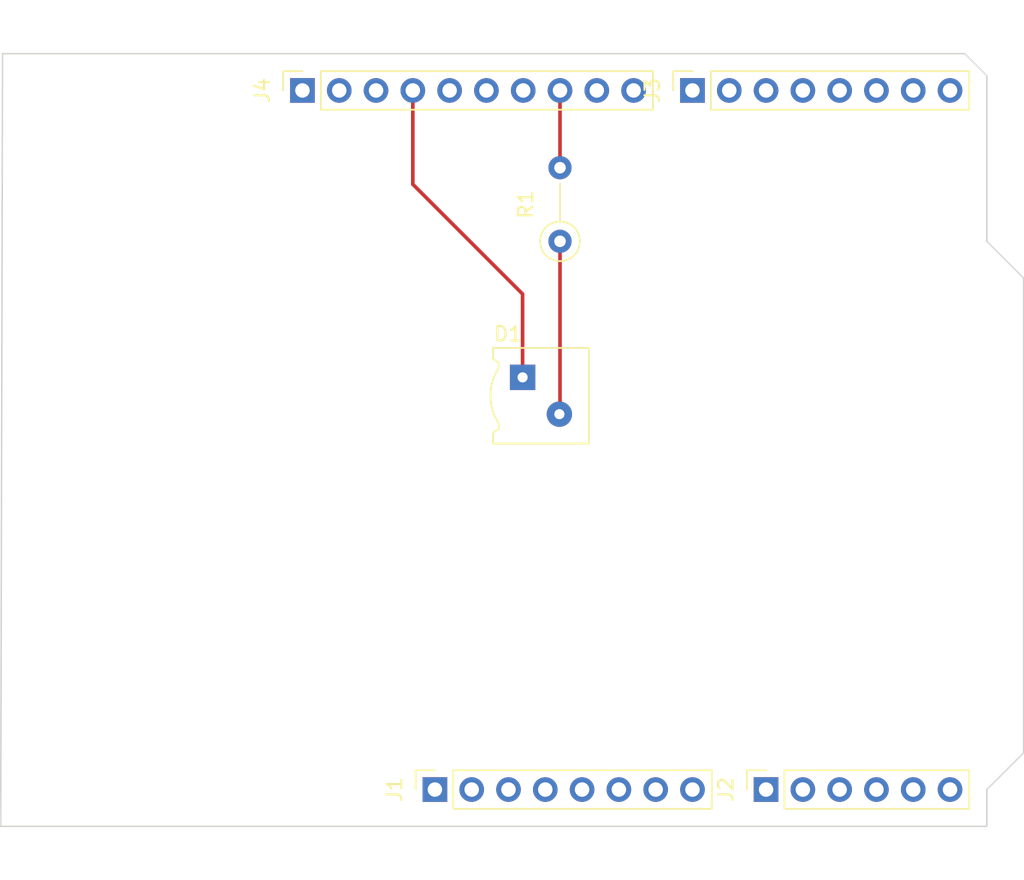
<source format=kicad_pcb>
(kicad_pcb (version 20221018) (generator pcbnew)
  (layers (0 "F.Cu" signal) (31 "B.Cu" signal) (34 "B.Paste" user) (35 "F.Paste" user) (36 "B.SilkS" user "B.Silkscreen") (37 "F.SilkS" user "F.Silkscreen") (38 "B.Mask" user) (39 "F.Mask" user) (44 "Edge.Cuts" user))
  (net 0 "")
  (net 2 "/IOREF")
  (net 3 "/RESET")
  (net 4 "/3.3V")
  (net 5 "/5V")
  (net 6 "GND")
  (net 7 "/VIN")
  (net 8 "/A0")
  (net 9 "/A1")
  (net 10 "/A2")
  (net 11 "/A3")
  (net 12 "/A4")
  (net 13 "/A5")
  (net 14 "/AREF")
  (net 15 "/13")
  (net 16 "/12")
  (net 17 "/~11")
  (net 18 "/~10")
  (net 19 "/9")
  (net 20 "/8")
  (net 21 "/7")
  (net 22 "/6")
  (net 23 "/5")
  (net 24 "/4")
  (net 25 "/3")
  (net 26 "/2")
  (net 27 "/1 TX")
  (net 28 "/0 RX")
  (net 29 "Net-(D1-A)")
  (footprint "Connector_PinSocket_2.54mm:PinSocket_1x08_P2.54mm_Vertical" (layer "F.Cu") (at 124.968 98.552 90)
    (fp_text reference "J3" (at 0 -2.77 90) (layer "F.SilkS"))
    (fp_text value "Conn_01x08_Pin")
    (fp_line (start -1.33 1.27) (end -1.33 19.11) (stroke (width 0.12)) (layer "F.SilkS"))
    (fp_line (start -1.33 1.27) (end 1.33 1.27) (stroke (width 0.12)) (layer "F.SilkS"))
    (fp_line (start -1.33 19.11) (end 1.33 19.11) (stroke (width 0.12)) (layer "F.SilkS"))
    (fp_line (start 0 -1.33) (end 1.33 -1.33) (stroke (width 0.12)) (layer "F.SilkS"))
    (fp_line (start 1.33 -1.33) (end 1.33 0) (stroke (width 0.12)) (layer "F.SilkS"))
    (fp_line (start 1.33 1.27) (end 1.33 19.11) (stroke (width 0.12)) (layer "F.SilkS"))
    (pad "1" thru_hole rect (at 0 0 90) (size 1.7 1.7) (drill 1) (layers "*.Cu" "*.Mask") (net 21 "/7"))
    (pad "2" thru_hole oval (at 0 2.54 90) (size 1.7 1.7) (drill 1) (layers "*.Cu" "*.Mask") (net 22 "/6"))
    (pad "3" thru_hole oval (at 0 5.08 90) (size 1.7 1.7) (drill 1) (layers "*.Cu" "*.Mask") (net 23 "/5"))
    (pad "4" thru_hole oval (at 0 7.62 90) (size 1.7 1.7) (drill 1) (layers "*.Cu" "*.Mask") (net 24 "/4"))
    (pad "5" thru_hole oval (at 0 10.16 90) (size 1.7 1.7) (drill 1) (layers "*.Cu" "*.Mask") (net 25 "/3"))
    (pad "6" thru_hole oval (at 0 12.7 90) (size 1.7 1.7) (drill 1) (layers "*.Cu" "*.Mask") (net 26 "/2"))
    (pad "7" thru_hole oval (at 0 15.24 90) (size 1.7 1.7) (drill 1) (layers "*.Cu" "*.Mask") (net 27 "/1 TX"))
    (pad "8" thru_hole oval (at 0 17.78 90) (size 1.7 1.7) (drill 1) (layers "*.Cu" "*.Mask") (net 28 "/0 RX"))
  )
  (footprint "Connector_PinSocket_2.54mm:PinSocket_1x08_P2.54mm_Vertical" (layer "F.Cu") (at 107.188 146.812 90)
    (fp_text reference "J1" (at 0 -2.77 90) (layer "F.SilkS"))
    (fp_text value "Conn_01x08_Pin")
    (fp_line (start -1.33 1.27) (end -1.33 19.11) (stroke (width 0.12)) (layer "F.SilkS"))
    (fp_line (start -1.33 1.27) (end 1.33 1.27) (stroke (width 0.12)) (layer "F.SilkS"))
    (fp_line (start -1.33 19.11) (end 1.33 19.11) (stroke (width 0.12)) (layer "F.SilkS"))
    (fp_line (start 0 -1.33) (end 1.33 -1.33) (stroke (width 0.12)) (layer "F.SilkS"))
    (fp_line (start 1.33 -1.33) (end 1.33 0) (stroke (width 0.12)) (layer "F.SilkS"))
    (fp_line (start 1.33 1.27) (end 1.33 19.11) (stroke (width 0.12)) (layer "F.SilkS"))
    (pad "1" thru_hole rect (at 0 0 90) (size 1.7 1.7) (drill 1) (layers "*.Cu" "*.Mask"))
    (pad "2" thru_hole oval (at 0 2.54 90) (size 1.7 1.7) (drill 1) (layers "*.Cu" "*.Mask") (net 2 "/IOREF"))
    (pad "3" thru_hole oval (at 0 5.08 90) (size 1.7 1.7) (drill 1) (layers "*.Cu" "*.Mask") (net 3 "/RESET"))
    (pad "4" thru_hole oval (at 0 7.62 90) (size 1.7 1.7) (drill 1) (layers "*.Cu" "*.Mask") (net 4 "/3.3V"))
    (pad "5" thru_hole oval (at 0 10.16 90) (size 1.7 1.7) (drill 1) (layers "*.Cu" "*.Mask") (net 5 "/5V"))
    (pad "6" thru_hole oval (at 0 12.7 90) (size 1.7 1.7) (drill 1) (layers "*.Cu" "*.Mask") (net 6 "GND"))
    (pad "7" thru_hole oval (at 0 15.24 90) (size 1.7 1.7) (drill 1) (layers "*.Cu" "*.Mask") (net 6 "GND"))
    (pad "8" thru_hole oval (at 0 17.78 90) (size 1.7 1.7) (drill 1) (layers "*.Cu" "*.Mask") (net 7 "/VIN"))
  )
  (footprint "Connector_PinSocket_2.54mm:PinSocket_1x06_P2.54mm_Vertical" (layer "F.Cu") (at 130.048 146.812 90)
    (fp_text reference "J2" (at 0 -2.77 90) (layer "F.SilkS"))
    (fp_text value "Conn_01x06_Pin")
    (fp_line (start -1.33 1.27) (end -1.33 14.03) (stroke (width 0.12)) (layer "F.SilkS"))
    (fp_line (start -1.33 1.27) (end 1.33 1.27) (stroke (width 0.12)) (layer "F.SilkS"))
    (fp_line (start -1.33 14.03) (end 1.33 14.03) (stroke (width 0.12)) (layer "F.SilkS"))
    (fp_line (start 0 -1.33) (end 1.33 -1.33) (stroke (width 0.12)) (layer "F.SilkS"))
    (fp_line (start 1.33 -1.33) (end 1.33 0) (stroke (width 0.12)) (layer "F.SilkS"))
    (fp_line (start 1.33 1.27) (end 1.33 14.03) (stroke (width 0.12)) (layer "F.SilkS"))
    (pad "1" thru_hole rect (at 0 0 90) (size 1.7 1.7) (drill 1) (layers "*.Cu" "*.Mask") (net 8 "/A0"))
    (pad "2" thru_hole oval (at 0 2.54 90) (size 1.7 1.7) (drill 1) (layers "*.Cu" "*.Mask") (net 9 "/A1"))
    (pad "3" thru_hole oval (at 0 5.08 90) (size 1.7 1.7) (drill 1) (layers "*.Cu" "*.Mask") (net 10 "/A2"))
    (pad "4" thru_hole oval (at 0 7.62 90) (size 1.7 1.7) (drill 1) (layers "*.Cu" "*.Mask") (net 11 "/A3"))
    (pad "5" thru_hole oval (at 0 10.16 90) (size 1.7 1.7) (drill 1) (layers "*.Cu" "*.Mask") (net 12 "/A4"))
    (pad "6" thru_hole oval (at 0 12.7 90) (size 1.7 1.7) (drill 1) (layers "*.Cu" "*.Mask") (net 13 "/A5"))
  )
  (footprint "Resistor_THT:R_Axial_DIN0207_L6.3mm_D2.5mm_P5.08mm_Vertical" (layer "F.Cu") (at 115.824 108.966 90)
    (fp_text reference "R1" (at 2.54 -2.37 90) (layer "F.SilkS"))
    (fp_text value "220")
    (fp_line (start 1.37 0) (end 3.98 0) (stroke (width 0.12)) (layer "F.SilkS"))
    (fp_circle (center 0 0) (end 1.37 0) (stroke (width 0.12)) (fill none) (layer "F.SilkS"))
    (pad "1" thru_hole circle (at 0 0 90) (size 1.6 1.6) (drill 0.8) (layers "*.Cu" "*.Mask") (net 29 "Net-(D1-A)"))
    (pad "2" thru_hole oval (at 5.08 0 90) (size 1.6 1.6) (drill 0.8) (layers "*.Cu" "*.Mask") (net 18 "/~10"))
  )
  (footprint "LED_THT:LED_VCCLite_5381H5_6.35x6.35mm" (layer "F.Cu") (at 113.241361 118.359)
    (fp_text reference "D1" (at -1 -3) (layer "F.SilkS"))
    (fp_text value "LED")
    (fp_line (start -2.032 -2.032) (end -2.032 -1.27) (stroke (width 0.12)) (layer "F.SilkS"))
    (fp_line (start -2.032 -1.27) (end -1.651 -1.016) (stroke (width 0.12)) (layer "F.SilkS"))
    (fp_line (start -2.032 4.572) (end -2.032 3.81) (stroke (width 0.12)) (layer "F.SilkS"))
    (fp_line (start -1.651 -1.016) (end -1.651 -0.635) (stroke (width 0.12)) (layer "F.SilkS"))
    (fp_line (start -1.651 3.556) (end -2.032 3.81) (stroke (width 0.12)) (layer "F.SilkS"))
    (fp_line (start -1.651 3.556) (end -1.651 3.175) (stroke (width 0.12)) (layer "F.SilkS"))
    (fp_line (start 4.572 -2.032) (end -2.032 -2.032) (stroke (width 0.12)) (layer "F.SilkS"))
    (fp_line (start 4.572 4.572) (end -2.032 4.572) (stroke (width 0.12)) (layer "F.SilkS"))
    (fp_line (start 4.572 4.572) (end 4.572 -2.032) (stroke (width 0.12)) (layer "F.SilkS"))
    (fp_arc (start -1.651753 3.173843) (mid -2.2173 1.26931) (end -1.650999 -0.634999) (stroke (width 0.12)) (layer "F.SilkS"))
    (pad "1" thru_hole rect (at 0 0 270) (size 1.75 1.75) (drill 0.7) (layers "*.Cu" "*.Mask") (net 6 "GND"))
    (pad "2" thru_hole circle (at 2.54 2.54 270) (size 1.75 1.75) (drill 0.7) (layers "*.Cu" "*.Mask") (net 29 "Net-(D1-A)"))
  )
  (footprint "Connector_PinSocket_2.54mm:PinSocket_1x10_P2.54mm_Vertical" (layer "F.Cu") (at 98.044 98.552 90)
    (fp_text reference "J4" (at 0 -2.77 90) (layer "F.SilkS"))
    (fp_text value "Conn_01x10_Pin")
    (fp_line (start -1.33 1.27) (end -1.33 24.19) (stroke (width 0.12)) (layer "F.SilkS"))
    (fp_line (start -1.33 1.27) (end 1.33 1.27) (stroke (width 0.12)) (layer "F.SilkS"))
    (fp_line (start -1.33 24.19) (end 1.33 24.19) (stroke (width 0.12)) (layer "F.SilkS"))
    (fp_line (start 0 -1.33) (end 1.33 -1.33) (stroke (width 0.12)) (layer "F.SilkS"))
    (fp_line (start 1.33 -1.33) (end 1.33 0) (stroke (width 0.12)) (layer "F.SilkS"))
    (fp_line (start 1.33 1.27) (end 1.33 24.19) (stroke (width 0.12)) (layer "F.SilkS"))
    (pad "1" thru_hole rect (at 0 0 90) (size 1.7 1.7) (drill 1) (layers "*.Cu" "*.Mask") (net 13 "/A5"))
    (pad "2" thru_hole oval (at 0 2.54 90) (size 1.7 1.7) (drill 1) (layers "*.Cu" "*.Mask") (net 12 "/A4"))
    (pad "3" thru_hole oval (at 0 5.08 90) (size 1.7 1.7) (drill 1) (layers "*.Cu" "*.Mask") (net 14 "/AREF"))
    (pad "4" thru_hole oval (at 0 7.62 90) (size 1.7 1.7) (drill 1) (layers "*.Cu" "*.Mask") (net 6 "GND"))
    (pad "5" thru_hole oval (at 0 10.16 90) (size 1.7 1.7) (drill 1) (layers "*.Cu" "*.Mask") (net 15 "/13"))
    (pad "6" thru_hole oval (at 0 12.7 90) (size 1.7 1.7) (drill 1) (layers "*.Cu" "*.Mask") (net 16 "/12"))
    (pad "7" thru_hole oval (at 0 15.24 90) (size 1.7 1.7) (drill 1) (layers "*.Cu" "*.Mask") (net 17 "/~11"))
    (pad "8" thru_hole oval (at 0 17.78 90) (size 1.7 1.7) (drill 1) (layers "*.Cu" "*.Mask") (net 18 "/~10"))
    (pad "9" thru_hole oval (at 0 20.32 90) (size 1.7 1.7) (drill 1) (layers "*.Cu" "*.Mask") (net 19 "/9"))
    (pad "10" thru_hole oval (at 0 22.86 90) (size 1.7 1.7) (drill 1) (layers "*.Cu" "*.Mask") (net 20 "/8"))
  )
  (gr_line (start 79.248 149.352) (end 145.288 149.352) (stroke (width 0.1)) (layer "Edge.Cuts"))
  (gr_line (start 145.288 149.352) (end 145.288 146.812) (stroke (width 0.1)) (layer "Edge.Cuts"))
  (gr_line (start 145.288 108.966) (end 145.288 97.536) (stroke (width 0.1)) (layer "Edge.Cuts"))
  (gr_line (start 147.828 144.272) (end 147.828 111.506) (stroke (width 0.1)) (layer "Edge.Cuts"))
  (gr_line (start 77.216 149.352) (end 79.248 149.352) (stroke (width 0.1)) (layer "Edge.Cuts"))
  (gr_line (start 77.343 96.012) (end 77.216 149.352) (stroke (width 0.1)) (layer "Edge.Cuts"))
  (gr_line (start 147.828 111.506) (end 145.288 108.966) (stroke (width 0.1)) (layer "Edge.Cuts"))
  (gr_line (start 145.288 146.812) (end 147.828 144.272) (stroke (width 0.1)) (layer "Edge.Cuts"))
  (gr_line (start 145.288 97.536) (end 143.764 96.012) (stroke (width 0.1)) (layer "Edge.Cuts"))
  (gr_line (start 143.764 96.012) (end 77.343 96.012) (stroke (width 0.1)) (layer "Edge.Cuts"))
  (via (at 145.415 113.792) (size 0) (drill 3.175) (layers "F.Cu" "B.Cu") (net 0))
  (via (at 94.488 98.679) (size 0) (drill 3.175) (layers "F.Cu" "B.Cu") (net 0))
  (via (at 145.288 141.732) (size 0) (drill 3.175) (layers "F.Cu" "B.Cu") (net 0))
  (via (at 93.218 146.812) (size 0) (drill 3.175) (layers "F.Cu" "B.Cu") (net 0))
  (segment (start 105.664 105.029) (end 105.664 98.552) (width 0.25) (layer "F.Cu") (net 6))
  (segment (start 113.241361 112.606361) (end 105.664 105.029) (width 0.25) (layer "F.Cu") (net 6))
  (segment (start 113.241361 118.359) (end 113.241361 112.606361) (width 0.25) (layer "F.Cu") (net 6))
  (segment (start 115.824 103.886) (end 115.824 98.552) (width 0.25) (layer "F.Cu") (net 18))
  (segment (start 115.824 120.856361) (end 115.781361 120.899) (width 0.25) (layer "F.Cu") (net 29))
  (segment (start 115.824 108.966) (end 115.824 120.856361) (width 0.25) (layer "F.Cu") (net 29))
)
</source>
